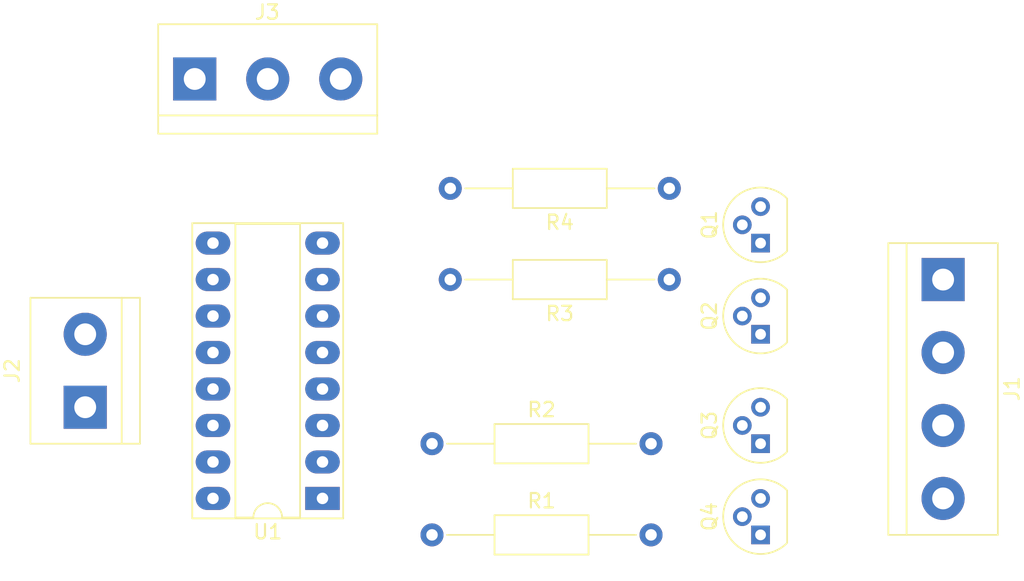
<source format=kicad_pcb>
(kicad_pcb (version 20211014) (generator pcbnew)
  (layers (0 "F.Cu" signal) (31 "B.Cu" signal) (34 "B.Paste" user) (35 "F.Paste" user) (36 "B.SilkS" user "B.Silkscreen") (37 "F.SilkS" user "F.Silkscreen") (38 "B.Mask" user) (39 "F.Mask" user) (44 "Edge.Cuts" user))
  (net 0 "")
  (net 1 "Net-(J1-Pad1)")
  (net 2 "Net-(J1-Pad2)")
  (net 3 "Net-(J1-Pad3)")
  (net 4 "Net-(J1-Pad4)")
  (net 5 "GND")
  (net 6 "+12V")
  (net 7 "+5V")
  (net 8 "/555_signal")
  (net 9 "Net-(Q1-Pad1)")
  (net 10 "Net-(Q2-Pad1)")
  (net 11 "Net-(Q3-Pad1)")
  (net 12 "Net-(Q4-Pad1)")
  (net 13 "Net-(R1-Pad2)")
  (net 14 "Net-(R2-Pad2)")
  (net 15 "Net-(R3-Pad2)")
  (net 16 "Net-(R4-Pad2)")
  (net 21 "Net-(U1-Pad10)")
  (footprint "Package_TO_SOT_THT:TO-92" (layer "F.Cu") (at 168.91 72.39 90)
    (fp_text reference "Q2" (at 1.27 -3.56 90) (layer "F.SilkS"))
    (fp_text value "2n2222a")
    (fp_line (start -0.53 1.85) (end 3.07 1.85) (layer "F.SilkS") (width 0.12))
    (fp_arc (start 1.27 -2.6) (mid 3.672087 -0.994977) (end 3.108478 1.838478) (layer "F.SilkS") (width 0.12))
    (fp_arc (start -0.568478 1.838478) (mid -1.132087 -0.994977) (end 1.27 -2.6) (layer "F.SilkS") (width 0.12))
    (pad "1" thru_hole rect (at 0 0 90) (size 1.3 1.3) (drill 0.75) (layers *.Cu *.Mask) (net 10 "Net-(Q2-Pad1)"))
    (pad "2" thru_hole circle (at 1.27 -1.27 90) (size 1.3 1.3) (drill 0.75) (layers *.Cu *.Mask) (net 2 "Net-(J1-Pad2)"))
    (pad "3" thru_hole circle (at 2.54 0 90) (size 1.3 1.3) (drill 0.75) (layers *.Cu *.Mask) (net 5 "GND"))
  )
  (footprint "Package_TO_SOT_THT:TO-92" (layer "F.Cu") (at 168.91 80.01 90)
    (fp_text reference "Q3" (at 1.27 -3.56 90) (layer "F.SilkS"))
    (fp_text value "2n2222a")
    (fp_line (start -0.53 1.85) (end 3.07 1.85) (layer "F.SilkS") (width 0.12))
    (fp_arc (start 1.27 -2.6) (mid 3.672087 -0.994977) (end 3.108478 1.838478) (layer "F.SilkS") (width 0.12))
    (fp_arc (start -0.568478 1.838478) (mid -1.132087 -0.994977) (end 1.27 -2.6) (layer "F.SilkS") (width 0.12))
    (pad "1" thru_hole rect (at 0 0 90) (size 1.3 1.3) (drill 0.75) (layers *.Cu *.Mask) (net 11 "Net-(Q3-Pad1)"))
    (pad "2" thru_hole circle (at 1.27 -1.27 90) (size 1.3 1.3) (drill 0.75) (layers *.Cu *.Mask) (net 3 "Net-(J1-Pad3)"))
    (pad "3" thru_hole circle (at 2.54 0 90) (size 1.3 1.3) (drill 0.75) (layers *.Cu *.Mask) (net 5 "GND"))
  )
  (footprint "Package_DIP:DIP-16_W7.62mm_Socket_LongPads" (layer "F.Cu") (at 138.43 83.82 180)
    (fp_text reference "U1" (at 3.81 -2.33) (layer "F.SilkS"))
    (fp_text value "4017")
    (fp_line (start 6.06 19.11) (end 6.06 -1.33) (layer "F.SilkS") (width 0.12))
    (fp_line (start 1.56 19.11) (end 6.06 19.11) (layer "F.SilkS") (width 0.12))
    (fp_line (start -1.44 -1.39) (end -1.44 19.17) (layer "F.SilkS") (width 0.12))
    (fp_line (start 6.06 -1.33) (end 4.81 -1.33) (layer "F.SilkS") (width 0.12))
    (fp_line (start 9.06 19.17) (end 9.06 -1.39) (layer "F.SilkS") (width 0.12))
    (fp_line (start 9.06 -1.39) (end -1.44 -1.39) (layer "F.SilkS") (width 0.12))
    (fp_line (start 2.81 -1.33) (end 1.56 -1.33) (layer "F.SilkS") (width 0.12))
    (fp_line (start 1.56 -1.33) (end 1.56 19.11) (layer "F.SilkS") (width 0.12))
    (fp_line (start -1.44 19.17) (end 9.06 19.17) (layer "F.SilkS") (width 0.12))
    (fp_arc (start 4.81 -1.33) (mid 3.81 -0.33) (end 2.81 -1.33) (layer "F.SilkS") (width 0.12))
    (pad "1" thru_hole rect (at 0 0 180) (size 2.4 1.6) (drill 0.8) (layers *.Cu *.Mask))
    (pad "2" thru_hole oval (at 0 2.54 180) (size 2.4 1.6) (drill 0.8) (layers *.Cu *.Mask) (net 14 "Net-(R2-Pad2)"))
    (pad "3" thru_hole oval (at 0 5.08 180) (size 2.4 1.6) (drill 0.8) (layers *.Cu *.Mask) (net 13 "Net-(R1-Pad2)"))
    (pad "4" thru_hole oval (at 0 7.62 180) (size 2.4 1.6) (drill 0.8) (layers *.Cu *.Mask) (net 15 "Net-(R3-Pad2)"))
    (pad "5" thru_hole oval (at 0 10.16 180) (size 2.4 1.6) (drill 0.8) (layers *.Cu *.Mask))
    (pad "6" thru_hole oval (at 0 12.7 180) (size 2.4 1.6) (drill 0.8) (layers *.Cu *.Mask))
    (pad "7" thru_hole oval (at 0 15.24 180) (size 2.4 1.6) (drill 0.8) (layers *.Cu *.Mask) (net 16 "Net-(R4-Pad2)"))
    (pad "8" thru_hole oval (at 0 17.78 180) (size 2.4 1.6) (drill 0.8) (layers *.Cu *.Mask) (net 7 "+5V"))
    (pad "9" thru_hole oval (at 7.62 17.78 180) (size 2.4 1.6) (drill 0.8) (layers *.Cu *.Mask))
    (pad "10" thru_hole oval (at 7.62 15.24 180) (size 2.4 1.6) (drill 0.8) (layers *.Cu *.Mask) (net 21 "Net-(U1-Pad10)"))
    (pad "11" thru_hole oval (at 7.62 12.7 180) (size 2.4 1.6) (drill 0.8) (layers *.Cu *.Mask))
    (pad "12" thru_hole oval (at 7.62 10.16 180) (size 2.4 1.6) (drill 0.8) (layers *.Cu *.Mask))
    (pad "13" thru_hole oval (at 7.62 7.62 180) (size 2.4 1.6) (drill 0.8) (layers *.Cu *.Mask) (net 5 "GND"))
    (pad "14" thru_hole oval (at 7.62 5.08 180) (size 2.4 1.6) (drill 0.8) (layers *.Cu *.Mask) (net 8 "/555_signal"))
    (pad "15" thru_hole oval (at 7.62 2.54 180) (size 2.4 1.6) (drill 0.8) (layers *.Cu *.Mask) (net 21 "Net-(U1-Pad10)"))
    (pad "16" thru_hole oval (at 7.62 0 180) (size 2.4 1.6) (drill 0.8) (layers *.Cu *.Mask))
  )
  (footprint "TerminalBlock:TerminalBlock_bornier-4_P5.08mm" (layer "F.Cu") (at 181.61 68.58 -90)
    (fp_text reference "J1" (at 7.6 -4.8 90) (layer "F.SilkS"))
    (fp_text value "Conn_01x04")
    (fp_line (start -2.54 -3.81) (end -2.54 3.81) (layer "F.SilkS") (width 0.12))
    (fp_line (start 17.78 2.54) (end -2.54 2.54) (layer "F.SilkS") (width 0.12))
    (fp_line (start 17.78 3.81) (end 17.78 -3.81) (layer "F.SilkS") (width 0.12))
    (fp_line (start -2.54 -3.81) (end 17.78 -3.81) (layer "F.SilkS") (width 0.12))
    (fp_line (start -2.54 3.81) (end 17.78 3.81) (layer "F.SilkS") (width 0.12))
    (pad "1" thru_hole rect (at 0 0 270) (size 3 3) (drill 1.52) (layers *.Cu *.Mask) (net 1 "Net-(J1-Pad1)"))
    (pad "2" thru_hole circle (at 5.08 0 270) (size 3 3) (drill 1.52) (layers *.Cu *.Mask) (net 2 "Net-(J1-Pad2)"))
    (pad "3" thru_hole circle (at 10.16 0 270) (size 3 3) (drill 1.52) (layers *.Cu *.Mask) (net 3 "Net-(J1-Pad3)"))
    (pad "4" thru_hole circle (at 15.24 0 270) (size 3 3) (drill 1.52) (layers *.Cu *.Mask) (net 4 "Net-(J1-Pad4)"))
  )
  (footprint "TerminalBlock:TerminalBlock_bornier-2_P5.08mm" (layer "F.Cu") (at 121.92 77.47 90)
    (fp_text reference "J2" (at 2.54 -5.08 90) (layer "F.SilkS"))
    (fp_text value "Conn_01x02")
    (fp_line (start -2.54 -3.81) (end -2.54 3.81) (layer "F.SilkS") (width 0.12))
    (fp_line (start 7.62 3.81) (end 7.62 -3.81) (layer "F.SilkS") (width 0.12))
    (fp_line (start -2.54 3.81) (end 7.62 3.81) (layer "F.SilkS") (width 0.12))
    (fp_line (start 7.62 -3.81) (end -2.54 -3.81) (layer "F.SilkS") (width 0.12))
    (fp_line (start 7.62 2.54) (end -2.54 2.54) (layer "F.SilkS") (width 0.12))
    (pad "1" thru_hole rect (at 0 0 90) (size 3 3) (drill 1.52) (layers *.Cu *.Mask) (net 5 "GND"))
    (pad "2" thru_hole circle (at 5.08 0 90) (size 3 3) (drill 1.52) (layers *.Cu *.Mask) (net 6 "+12V"))
  )
  (footprint "Resistor_THT:R_Axial_DIN0207_L6.3mm_D2.5mm_P15.24mm_Horizontal" (layer "F.Cu") (at 162.56 68.58 180)
    (fp_text reference "R3" (at 7.62 -2.37) (layer "F.SilkS"))
    (fp_text value "R_US")
    (fp_line (start 4.35 1.37) (end 10.89 1.37) (layer "F.SilkS") (width 0.12))
    (fp_line (start 4.35 -1.37) (end 4.35 1.37) (layer "F.SilkS") (width 0.12))
    (fp_line (start 14.2 0) (end 10.89 0) (layer "F.SilkS") (width 0.12))
    (fp_line (start 10.89 -1.37) (end 4.35 -1.37) (layer "F.SilkS") (width 0.12))
    (fp_line (start 10.89 1.37) (end 10.89 -1.37) (layer "F.SilkS") (width 0.12))
    (fp_line (start 1.04 0) (end 4.35 0) (layer "F.SilkS") (width 0.12))
    (pad "1" thru_hole circle (at 0 0 180) (size 1.6 1.6) (drill 0.8) (layers *.Cu *.Mask) (net 11 "Net-(Q3-Pad1)"))
    (pad "2" thru_hole oval (at 15.24 0 180) (size 1.6 1.6) (drill 0.8) (layers *.Cu *.Mask) (net 15 "Net-(R3-Pad2)"))
  )
  (footprint "Resistor_THT:R_Axial_DIN0207_L6.3mm_D2.5mm_P15.24mm_Horizontal" (layer "F.Cu") (at 162.56 62.23 180)
    (fp_text reference "R4" (at 7.62 -2.37) (layer "F.SilkS"))
    (fp_text value "R_US")
    (fp_line (start 10.89 -1.37) (end 4.35 -1.37) (layer "F.SilkS") (width 0.12))
    (fp_line (start 4.35 -1.37) (end 4.35 1.37) (layer "F.SilkS") (width 0.12))
    (fp_line (start 10.89 1.37) (end 10.89 -1.37) (layer "F.SilkS") (width 0.12))
    (fp_line (start 14.2 0) (end 10.89 0) (layer "F.SilkS") (width 0.12))
    (fp_line (start 1.04 0) (end 4.35 0) (layer "F.SilkS") (width 0.12))
    (fp_line (start 4.35 1.37) (end 10.89 1.37) (layer "F.SilkS") (width 0.12))
    (pad "1" thru_hole circle (at 0 0 180) (size 1.6 1.6) (drill 0.8) (layers *.Cu *.Mask) (net 12 "Net-(Q4-Pad1)"))
    (pad "2" thru_hole oval (at 15.24 0 180) (size 1.6 1.6) (drill 0.8) (layers *.Cu *.Mask) (net 16 "Net-(R4-Pad2)"))
  )
  (footprint "Package_TO_SOT_THT:TO-92" (layer "F.Cu") (at 168.91 86.36 90)
    (fp_text reference "Q4" (at 1.27 -3.56 90) (layer "F.SilkS"))
    (fp_text value "2n2222a")
    (fp_line (start -0.53 1.85) (end 3.07 1.85) (layer "F.SilkS") (width 0.12))
    (fp_arc (start -0.568478 1.838478) (mid -1.132087 -0.994977) (end 1.27 -2.6) (layer "F.SilkS") (width 0.12))
    (fp_arc (start 1.27 -2.6) (mid 3.672087 -0.994977) (end 3.108478 1.838478) (layer "F.SilkS") (width 0.12))
    (pad "1" thru_hole rect (at 0 0 90) (size 1.3 1.3) (drill 0.75) (layers *.Cu *.Mask) (net 12 "Net-(Q4-Pad1)"))
    (pad "2" thru_hole circle (at 1.27 -1.27 90) (size 1.3 1.3) (drill 0.75) (layers *.Cu *.Mask) (net 4 "Net-(J1-Pad4)"))
    (pad "3" thru_hole circle (at 2.54 0 90) (size 1.3 1.3) (drill 0.75) (layers *.Cu *.Mask) (net 5 "GND"))
  )
  (footprint "Package_TO_SOT_THT:TO-92" (layer "F.Cu") (at 168.91 66.04 90)
    (fp_text reference "Q1" (at 1.27 -3.56 90) (layer "F.SilkS"))
    (fp_text value "2n2222a")
    (fp_line (start -0.53 1.85) (end 3.07 1.85) (layer "F.SilkS") (width 0.12))
    (fp_arc (start 1.27 -2.6) (mid 3.672087 -0.994977) (end 3.108478 1.838478) (layer "F.SilkS") (width 0.12))
    (fp_arc (start -0.568478 1.838478) (mid -1.132087 -0.994977) (end 1.27 -2.6) (layer "F.SilkS") (width 0.12))
    (pad "1" thru_hole rect (at 0 0 90) (size 1.3 1.3) (drill 0.75) (layers *.Cu *.Mask) (net 9 "Net-(Q1-Pad1)"))
    (pad "2" thru_hole circle (at 1.27 -1.27 90) (size 1.3 1.3) (drill 0.75) (layers *.Cu *.Mask) (net 1 "Net-(J1-Pad1)"))
    (pad "3" thru_hole circle (at 2.54 0 90) (size 1.3 1.3) (drill 0.75) (layers *.Cu *.Mask) (net 5 "GND"))
  )
  (footprint "TerminalBlock:TerminalBlock_bornier-3_P5.08mm" (layer "F.Cu") (at 129.54 54.61)
    (fp_text reference "J3" (at 5.05 -4.65) (layer "F.SilkS"))
    (fp_text value "Conn_01x03")
    (fp_line (start -2.54 -3.81) (end 12.7 -3.81) (layer "F.SilkS") (width 0.12))
    (fp_line (start -2.54 3.81) (end -2.54 -3.81) (layer "F.SilkS") (width 0.12))
    (fp_line (start -2.54 3.81) (end 12.7 3.81) (layer "F.SilkS") (width 0.12))
    (fp_line (start -2.54 2.54) (end 12.7 2.54) (layer "F.SilkS") (width 0.12))
    (fp_line (start 12.7 3.81) (end 12.7 -3.81) (layer "F.SilkS") (width 0.12))
    (pad "1" thru_hole rect (at 0 0) (size 3 3) (drill 1.52) (layers *.Cu *.Mask) (net 5 "GND"))
    (pad "2" thru_hole circle (at 5.08 0) (size 3 3) (drill 1.52) (layers *.Cu *.Mask) (net 7 "+5V"))
    (pad "3" thru_hole circle (at 10.16 0) (size 3 3) (drill 1.52) (layers *.Cu *.Mask) (net 8 "/555_signal"))
  )
  (footprint "Resistor_THT:R_Axial_DIN0207_L6.3mm_D2.5mm_P15.24mm_Horizontal" (layer "F.Cu") (at 146.05 80.01)
    (fp_text reference "R2" (at 7.62 -2.37) (layer "F.SilkS"))
    (fp_text value "R_US")
    (fp_line (start 4.35 1.37) (end 10.89 1.37) (layer "F.SilkS") (width 0.12))
    (fp_line (start 10.89 1.37) (end 10.89 -1.37) (layer "F.SilkS") (width 0.12))
    (fp_line (start 1.04 0) (end 4.35 0) (layer "F.SilkS") (width 0.12))
    (fp_line (start 10.89 -1.37) (end 4.35 -1.37) (layer "F.SilkS") (width 0.12))
    (fp_line (start 4.35 -1.37) (end 4.35 1.37) (layer "F.SilkS") (width 0.12))
    (fp_line (start 14.2 0) (end 10.89 0) (layer "F.SilkS") (width 0.12))
    (pad "1" thru_hole circle (at 0 0) (size 1.6 1.6) (drill 0.8) (layers *.Cu *.Mask) (net 10 "Net-(Q2-Pad1)"))
    (pad "2" thru_hole oval (at 15.24 0) (size 1.6 1.6) (drill 0.8) (layers *.Cu *.Mask) (net 14 "Net-(R2-Pad2)"))
  )
  (footprint "Resistor_THT:R_Axial_DIN0207_L6.3mm_D2.5mm_P15.24mm_Horizontal" (layer "F.Cu") (at 146.05 86.36)
    (fp_text reference "R1" (at 7.62 -2.37) (layer "F.SilkS"))
    (fp_text value "R_US")
    (fp_line (start 10.89 -1.37) (end 4.35 -1.37) (layer "F.SilkS") (width 0.12))
    (fp_line (start 10.89 1.37) (end 10.89 -1.37) (layer "F.SilkS") (width 0.12))
    (fp_line (start 4.35 1.37) (end 10.89 1.37) (layer "F.SilkS") (width 0.12))
    (fp_line (start 1.04 0) (end 4.35 0) (layer "F.SilkS") (width 0.12))
    (fp_line (start 4.35 -1.37) (end 4.35 1.37) (layer "F.SilkS") (width 0.12))
    (fp_line (start 14.2 0) (end 10.89 0) (layer "F.SilkS") (width 0.12))
    (pad "1" thru_hole circle (at 0 0) (size 1.6 1.6) (drill 0.8) (layers *.Cu *.Mask) (net 9 "Net-(Q1-Pad1)"))
    (pad "2" thru_hole oval (at 15.24 0) (size 1.6 1.6) (drill 0.8) (layers *.Cu *.Mask) (net 13 "Net-(R1-Pad2)"))
  )
)
</source>
